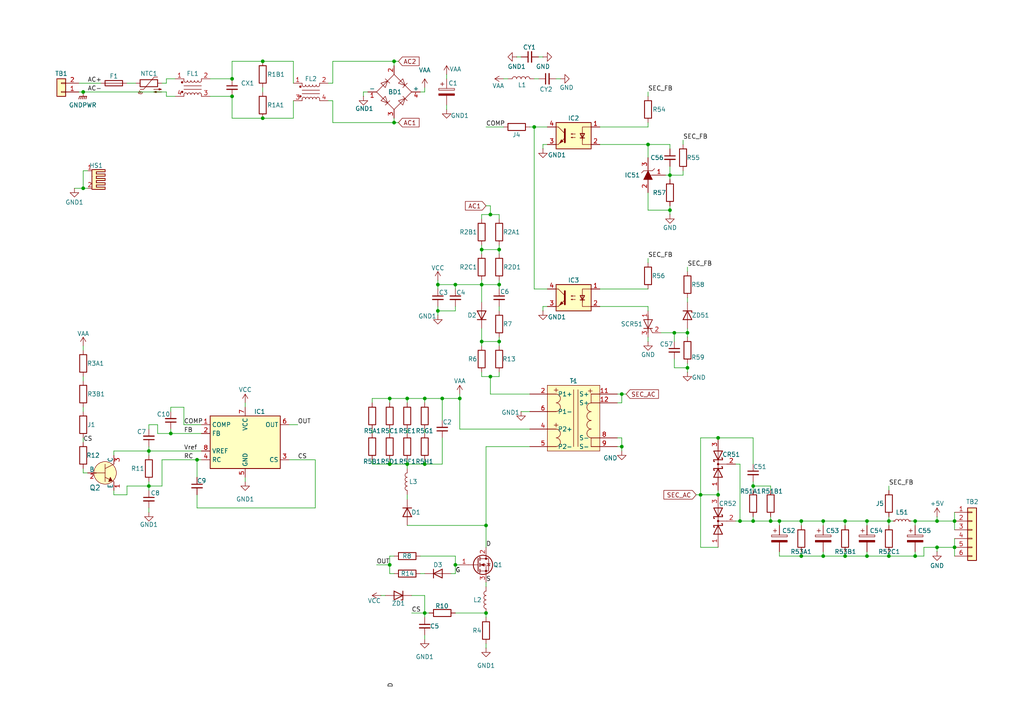
<source format=kicad_sch>
(kicad_sch (version 20231120) (generator "eeschema") (generator_version "8.0")
  (paper "A4")
  (title_block (title "Delta ADP-40VP Rev A") (date "2025-05-04") (rev "1") (comment 1 "Reverse engineered by Jerry Stoner"))
  (junction (at 139.7 82.55))
  (junction (at 43.18 140.97))
  (junction (at 144.78 72.39))
  (junction (at 113.03 115.57))
  (junction (at 142.24 62.23))
  (junction (at 218.44 140.97))
  (junction (at 203.2 143.51))
  (junction (at 199.39 106.68))
  (junction (at 114.3 17.78))
  (junction (at 245.11 161.29))
  (junction (at 76.2 17.78))
  (junction (at 238.76 161.29))
  (junction (at 67.31 27.94))
  (junction (at 195.58 96.52))
  (junction (at 24.13 54.61))
  (junction (at 123.19 177.8))
  (junction (at 113.03 163.83))
  (junction (at 76.2 34.29))
  (junction (at 113.03 134.62))
  (junction (at 43.18 130.81))
  (junction (at 251.46 151.13))
  (junction (at 208.28 127))
  (junction (at 238.76 151.13))
  (junction (at 232.41 161.29))
  (junction (at 114.3 35.56))
  (junction (at 142.24 109.22))
  (junction (at 276.86 158.75))
  (junction (at 132.08 82.55))
  (junction (at 265.43 161.29))
  (junction (at 57.15 133.35))
  (junction (at 194.31 60.96))
  (junction (at 208.28 143.51))
  (junction (at 133.35 115.57))
  (junction (at 154.94 36.83))
  (junction (at 214.63 151.13))
  (junction (at 24.13 26.67))
  (junction (at 245.11 151.13))
  (junction (at 223.52 151.13))
  (junction (at 139.7 72.39))
  (junction (at 187.96 41.91))
  (junction (at 144.78 82.55))
  (junction (at 218.44 151.13))
  (junction (at 127 90.17))
  (junction (at 144.78 99.06))
  (junction (at 276.86 151.13))
  (junction (at 180.34 129.54))
  (junction (at 67.31 22.86))
  (junction (at 232.41 151.13))
  (junction (at 118.11 115.57))
  (junction (at 123.19 134.62))
  (junction (at 271.78 151.13))
  (junction (at 265.43 151.13))
  (junction (at 140.97 152.4))
  (junction (at 257.81 151.13))
  (junction (at 251.46 161.29))
  (junction (at 123.19 115.57))
  (junction (at 194.31 50.8))
  (junction (at 180.34 114.3))
  (junction (at 128.27 115.57))
  (junction (at 118.11 134.62))
  (junction (at 127 82.55))
  (junction (at 139.7 99.06))
  (junction (at 199.39 96.52))
  (junction (at 271.78 158.75))
  (junction (at 226.06 151.13))
  (junction (at 140.97 177.8))
  (junction (at 49.53 125.73))
  (junction (at 132.08 163.83))
  (junction (at 257.81 161.29))
  (wire (pts (xy 91.44 147.32) (xy 91.44 133.35)))
  (wire (pts (xy 218.44 134.62) (xy 218.44 127)))
  (wire (pts (xy 24.13 118.11) (xy 24.13 119.38)))
  (wire (pts (xy 123.19 177.8) (xy 123.19 179.07)))
  (wire (pts (xy 154.94 22.86) (xy 156.21 22.86)))
  (wire (pts (xy 194.31 50.8) (xy 194.31 52.07)))
  (wire (pts (xy 187.96 97.79) (xy 187.96 99.06)))
  (wire (pts (xy 257.81 151.13) (xy 257.81 152.4)))
  (wire (pts (xy 180.34 116.84) (xy 180.34 114.3)))
  (wire (pts (xy 127 82.55) (xy 127 83.82)))
  (wire (pts (xy 144.78 88.9) (xy 144.78 90.17)))
  (wire (pts (xy 85.09 17.78) (xy 85.09 24.13)))
  (wire (pts (xy 49.53 125.73) (xy 58.42 125.73)))
  (wire (pts (xy 139.7 109.22) (xy 139.7 107.95)))
  (wire (pts (xy 67.31 22.86) (xy 67.31 17.78)))
  (wire (pts (xy 267.97 158.75) (xy 271.78 158.75)))
  (wire (pts (xy 45.72 123.19) (xy 43.18 123.19)))
  (wire (pts (xy 251.46 151.13) (xy 245.11 151.13)))
  (wire (pts (xy 123.19 115.57) (xy 123.19 116.84)))
  (wire (pts (xy 223.52 140.97) (xy 223.52 142.24)))
  (wire (pts (xy 173.99 36.83) (xy 187.96 36.83)))
  (wire (pts (xy 191.77 96.52) (xy 195.58 96.52)))
  (wire (pts (xy 144.78 71.12) (xy 144.78 72.39)))
  (wire (pts (xy 24.13 54.61) (xy 25.4 54.61)))
  (wire (pts (xy 123.19 134.62) (xy 123.19 133.35)))
  (wire (pts (xy 132.08 161.29) (xy 132.08 163.83)))
  (wire (pts (xy 128.27 134.62) (xy 128.27 127)))
  (wire (pts (xy 194.31 50.8) (xy 193.04 50.8)))
  (wire (pts (xy 107.95 124.46) (xy 107.95 125.73)))
  (wire (pts (xy 208.28 158.75) (xy 203.2 158.75)))
  (wire (pts (xy 113.03 163.83) (xy 113.03 161.29)))
  (wire (pts (xy 142.24 114.3) (xy 153.67 114.3)))
  (wire (pts (xy 144.78 99.06) (xy 144.78 100.33)))
  (wire (pts (xy 180.34 127) (xy 180.34 129.54)))
  (wire (pts (xy 139.7 62.23) (xy 142.24 62.23)))
  (wire (pts (xy 132.08 166.37) (xy 132.08 163.83)))
  (wire (pts (xy 276.86 156.21) (xy 276.86 158.75)))
  (wire (pts (xy 271.78 149.86) (xy 271.78 151.13)))
  (wire (pts (xy 251.46 152.4) (xy 251.46 151.13)))
  (wire (pts (xy 24.13 127) (xy 24.13 128.27)))
  (wire (pts (xy 132.08 163.83) (xy 133.35 163.83)))
  (wire (pts (xy 48.26 24.13) (xy 48.26 22.86)))
  (wire (pts (xy 123.19 134.62) (xy 128.27 134.62)))
  (wire (pts (xy 218.44 127) (xy 208.28 127)))
  (wire (pts (xy 139.7 95.25) (xy 139.7 99.06)))
  (wire (pts (xy 187.96 76.2) (xy 187.96 74.93)))
  (wire (pts (xy 198.12 49.53) (xy 198.12 50.8)))
  (wire (pts (xy 53.34 123.19) (xy 58.42 123.19)))
  (wire (pts (xy 48.26 27.94) (xy 50.8 27.94)))
  (wire (pts (xy 140.97 168.91) (xy 140.97 170.18)))
  (wire (pts (xy 194.31 60.96) (xy 187.96 60.96)))
  (wire (pts (xy 173.99 41.91) (xy 187.96 41.91)))
  (wire (pts (xy 49.53 125.73) (xy 45.72 125.73)))
  (wire (pts (xy 214.63 134.62) (xy 214.63 151.13)))
  (wire (pts (xy 257.81 149.86) (xy 257.81 151.13)))
  (wire (pts (xy 123.19 166.37) (xy 121.92 166.37)))
  (wire (pts (xy 22.86 26.67) (xy 24.13 26.67)))
  (wire (pts (xy 226.06 152.4) (xy 226.06 151.13)))
  (wire (pts (xy 251.46 161.29) (xy 257.81 161.29)))
  (wire (pts (xy 149.86 16.51) (xy 151.13 16.51)))
  (wire (pts (xy 245.11 160.02) (xy 245.11 161.29)))
  (wire (pts (xy 114.3 166.37) (xy 113.03 166.37)))
  (wire (pts (xy 36.83 143.51) (xy 36.83 140.97)))
  (wire (pts (xy 21.59 54.61) (xy 24.13 54.61)))
  (wire (pts (xy 113.03 115.57) (xy 113.03 116.84)))
  (wire (pts (xy 257.81 160.02) (xy 257.81 161.29)))
  (wire (pts (xy 276.86 148.59) (xy 276.86 151.13)))
  (wire (pts (xy 161.29 22.86) (xy 162.56 22.86)))
  (wire (pts (xy 180.34 114.3) (xy 181.61 114.3)))
  (wire (pts (xy 114.3 17.78) (xy 115.57 17.78)))
  (wire (pts (xy 111.76 172.72) (xy 110.49 172.72)))
  (wire (pts (xy 33.02 143.51) (xy 36.83 143.51)))
  (wire (pts (xy 271.78 151.13) (xy 276.86 151.13)))
  (wire (pts (xy 114.3 17.78) (xy 114.3 19.05)))
  (wire (pts (xy 118.11 115.57) (xy 118.11 116.84)))
  (wire (pts (xy 115.57 35.56) (xy 114.3 35.56)))
  (wire (pts (xy 76.2 17.78) (xy 85.09 17.78)))
  (wire (pts (xy 45.72 125.73) (xy 45.72 123.19)))
  (wire (pts (xy 133.35 124.46) (xy 133.35 115.57)))
  (wire (pts (xy 43.18 140.97) (xy 46.99 140.97)))
  (wire (pts (xy 140.97 129.54) (xy 153.67 129.54)))
  (wire (pts (xy 194.31 62.23) (xy 194.31 60.96)))
  (wire (pts (xy 124.46 177.8) (xy 123.19 177.8)))
  (wire (pts (xy 223.52 151.13) (xy 223.52 149.86)))
  (wire (pts (xy 218.44 140.97) (xy 218.44 142.24)))
  (wire (pts (xy 127 90.17) (xy 132.08 90.17)))
  (wire (pts (xy 36.83 24.13) (xy 39.37 24.13)))
  (wire (pts (xy 96.52 29.21) (xy 96.52 35.56)))
  (wire (pts (xy 195.58 104.14) (xy 195.58 106.68)))
  (wire (pts (xy 142.24 109.22) (xy 144.78 109.22)))
  (wire (pts (xy 118.11 134.62) (xy 118.11 133.35)))
  (wire (pts (xy 157.48 41.91) (xy 157.48 43.18)))
  (wire (pts (xy 194.31 48.26) (xy 194.31 50.8)))
  (wire (pts (xy 133.35 114.3) (xy 133.35 115.57)))
  (wire (pts (xy 57.15 147.32) (xy 91.44 147.32)))
  (wire (pts (xy 67.31 34.29) (xy 76.2 34.29)))
  (wire (pts (xy 22.86 24.13) (xy 29.21 24.13)))
  (wire (pts (xy 43.18 140.97) (xy 43.18 142.24)))
  (wire (pts (xy 60.96 27.94) (xy 67.31 27.94)))
  (wire (pts (xy 238.76 151.13) (xy 232.41 151.13)))
  (wire (pts (xy 24.13 137.16) (xy 25.4 137.16)))
  (wire (pts (xy 226.06 161.29) (xy 232.41 161.29)))
  (wire (pts (xy 199.39 95.25) (xy 199.39 96.52)))
  (wire (pts (xy 142.24 62.23) (xy 144.78 62.23)))
  (wire (pts (xy 43.18 147.32) (xy 43.18 148.59)))
  (wire (pts (xy 128.27 121.92) (xy 128.27 115.57)))
  (wire (pts (xy 24.13 137.16) (xy 24.13 135.89)))
  (wire (pts (xy 139.7 99.06) (xy 139.7 100.33)))
  (wire (pts (xy 118.11 143.51) (xy 118.11 144.78)))
  (wire (pts (xy 203.2 143.51) (xy 203.2 127)))
  (wire (pts (xy 173.99 83.82) (xy 187.96 83.82)))
  (wire (pts (xy 203.2 143.51) (xy 203.2 158.75)))
  (wire (pts (xy 33.02 130.81) (xy 43.18 130.81)))
  (wire (pts (xy 139.7 109.22) (xy 142.24 109.22)))
  (wire (pts (xy 245.11 151.13) (xy 245.11 152.4)))
  (wire (pts (xy 139.7 82.55) (xy 144.78 82.55)))
  (wire (pts (xy 139.7 72.39) (xy 144.78 72.39)))
  (wire (pts (xy 265.43 151.13) (xy 271.78 151.13)))
  (wire (pts (xy 140.97 59.69) (xy 142.24 59.69)))
  (wire (pts (xy 48.26 22.86) (xy 50.8 22.86)))
  (wire (pts (xy 214.63 134.62) (xy 213.36 134.62)))
  (wire (pts (xy 251.46 160.02) (xy 251.46 161.29)))
  (wire (pts (xy 24.13 49.53) (xy 24.13 54.61)))
  (wire (pts (xy 195.58 96.52) (xy 199.39 96.52)))
  (wire (pts (xy 140.97 177.8) (xy 140.97 179.07)))
  (wire (pts (xy 24.13 26.67) (xy 48.26 26.67)))
  (wire (pts (xy 226.06 160.02) (xy 226.06 161.29)))
  (wire (pts (xy 153.67 124.46) (xy 133.35 124.46)))
  (wire (pts (xy 245.11 151.13) (xy 238.76 151.13)))
  (wire (pts (xy 132.08 90.17) (xy 132.08 88.9)))
  (wire (pts (xy 232.41 151.13) (xy 232.41 152.4)))
  (wire (pts (xy 53.34 123.19) (xy 53.34 118.11)))
  (wire (pts (xy 121.92 161.29) (xy 132.08 161.29)))
  (wire (pts (xy 121.92 26.67) (xy 123.19 26.67)))
  (wire (pts (xy 105.41 26.67) (xy 106.68 26.67)))
  (wire (pts (xy 96.52 17.78) (xy 114.3 17.78)))
  (wire (pts (xy 218.44 139.7) (xy 218.44 140.97)))
  (wire (pts (xy 107.95 115.57) (xy 113.03 115.57)))
  (wire (pts (xy 218.44 140.97) (xy 223.52 140.97)))
  (wire (pts (xy 157.48 90.17) (xy 157.48 88.9)))
  (wire (pts (xy 142.24 59.69) (xy 142.24 62.23)))
  (wire (pts (xy 201.93 143.51) (xy 203.2 143.51)))
  (wire (pts (xy 139.7 81.28) (xy 139.7 82.55)))
  (wire (pts (xy 107.95 115.57) (xy 107.95 116.84)))
  (wire (pts (xy 132.08 82.55) (xy 132.08 83.82)))
  (wire (pts (xy 180.34 129.54) (xy 179.07 129.54)))
  (wire (pts (xy 214.63 151.13) (xy 218.44 151.13)))
  (wire (pts (xy 180.34 130.81) (xy 180.34 129.54)))
  (wire (pts (xy 105.41 27.94) (xy 105.41 26.67)))
  (wire (pts (xy 194.31 41.91) (xy 194.31 43.18)))
  (wire (pts (xy 199.39 106.68) (xy 199.39 105.41)))
  (wire (pts (xy 265.43 161.29) (xy 267.97 161.29)))
  (wire (pts (xy 245.11 161.29) (xy 251.46 161.29)))
  (wire (pts (xy 113.03 161.29) (xy 114.3 161.29)))
  (wire (pts (xy 139.7 99.06) (xy 144.78 99.06)))
  (wire (pts (xy 223.52 151.13) (xy 226.06 151.13)))
  (wire (pts (xy 276.86 158.75) (xy 276.86 161.29)))
  (wire (pts (xy 60.96 22.86) (xy 67.31 22.86)))
  (wire (pts (xy 187.96 36.83) (xy 187.96 35.56)))
  (wire (pts (xy 133.35 115.57) (xy 128.27 115.57)))
  (wire (pts (xy 179.07 114.3) (xy 180.34 114.3)))
  (wire (pts (xy 187.96 88.9) (xy 173.99 88.9)))
  (wire (pts (xy 194.31 60.96) (xy 194.31 59.69)))
  (wire (pts (xy 214.63 151.13) (xy 213.36 151.13)))
  (wire (pts (xy 140.97 186.69) (xy 140.97 187.96)))
  (wire (pts (xy 195.58 96.52) (xy 195.58 99.06)))
  (wire (pts (xy 132.08 166.37) (xy 130.81 166.37)))
  (wire (pts (xy 140.97 36.83) (xy 146.05 36.83)))
  (wire (pts (xy 24.13 100.33) (xy 24.13 101.6)))
  (wire (pts (xy 187.96 41.91) (xy 187.96 45.72)))
  (wire (pts (xy 153.67 36.83) (xy 154.94 36.83)))
  (wire (pts (xy 113.03 134.62) (xy 118.11 134.62)))
  (wire (pts (xy 83.82 123.19) (xy 86.36 123.19)))
  (wire (pts (xy 33.02 142.24) (xy 33.02 143.51)))
  (wire (pts (xy 83.82 133.35) (xy 91.44 133.35)))
  (wire (pts (xy 46.99 24.13) (xy 48.26 24.13)))
  (wire (pts (xy 132.08 82.55) (xy 139.7 82.55)))
  (wire (pts (xy 85.09 29.21) (xy 85.09 34.29)))
  (wire (pts (xy 118.11 134.62) (xy 123.19 134.62)))
  (wire (pts (xy 24.13 109.22) (xy 24.13 110.49)))
  (wire (pts (xy 46.99 140.97) (xy 46.99 133.35)))
  (wire (pts (xy 46.99 133.35) (xy 57.15 133.35)))
  (wire (pts (xy 95.25 29.21) (xy 96.52 29.21)))
  (wire (pts (xy 251.46 151.13) (xy 257.81 151.13)))
  (wire (pts (xy 194.31 41.91) (xy 187.96 41.91)))
  (wire (pts (xy 264.16 151.13) (xy 265.43 151.13)))
  (wire (pts (xy 43.18 130.81) (xy 58.42 130.81)))
  (wire (pts (xy 267.97 161.29) (xy 267.97 158.75)))
  (wire (pts (xy 43.18 132.08) (xy 43.18 130.81)))
  (wire (pts (xy 132.08 177.8) (xy 140.97 177.8)))
  (wire (pts (xy 43.18 129.54) (xy 43.18 130.81)))
  (wire (pts (xy 123.19 115.57) (xy 118.11 115.57)))
  (wire (pts (xy 187.96 90.17) (xy 187.96 88.9)))
  (wire (pts (xy 140.97 152.4) (xy 140.97 129.54)))
  (wire (pts (xy 144.78 62.23) (xy 144.78 63.5)))
  (wire (pts (xy 128.27 115.57) (xy 123.19 115.57)))
  (wire (pts (xy 232.41 161.29) (xy 238.76 161.29)))
  (wire (pts (xy 127 81.28) (xy 127 82.55)))
  (wire (pts (xy 127 88.9) (xy 127 90.17)))
  (wire (pts (xy 96.52 35.56) (xy 114.3 35.56)))
  (wire (pts (xy 154.94 83.82) (xy 158.75 83.82)))
  (wire (pts (xy 179.07 116.84) (xy 180.34 116.84)))
  (wire (pts (xy 195.58 106.68) (xy 199.39 106.68)))
  (wire (pts (xy 142.24 109.22) (xy 142.24 114.3)))
  (wire (pts (xy 119.38 177.8) (xy 123.19 177.8)))
  (wire (pts (xy 36.83 140.97) (xy 43.18 140.97)))
  (wire (pts (xy 107.95 134.62) (xy 107.95 133.35)))
  (wire (pts (xy 151.13 119.38) (xy 153.67 119.38)))
  (wire (pts (xy 118.11 134.62) (xy 118.11 135.89)))
  (wire (pts (xy 179.07 127) (xy 180.34 127)))
  (wire (pts (xy 139.7 73.66) (xy 139.7 72.39)))
  (wire (pts (xy 198.12 50.8) (xy 194.31 50.8)))
  (wire (pts (xy 257.81 151.13) (xy 259.08 151.13)))
  (wire (pts (xy 129.54 21.59) (xy 129.54 22.86)))
  (wire (pts (xy 53.34 118.11) (xy 49.53 118.11)))
  (wire (pts (xy 118.11 115.57) (xy 113.03 115.57)))
  (wire (pts (xy 48.26 26.67) (xy 48.26 27.94)))
  (wire (pts (xy 257.81 161.29) (xy 265.43 161.29)))
  (wire (pts (xy 96.52 24.13) (xy 96.52 17.78)))
  (wire (pts (xy 33.02 130.81) (xy 33.02 132.08)))
  (wire (pts (xy 276.86 151.13) (xy 276.86 153.67)))
  (wire (pts (xy 139.7 71.12) (xy 139.7 72.39)))
  (wire (pts (xy 271.78 160.02) (xy 271.78 158.75)))
  (wire (pts (xy 57.15 133.35) (xy 57.15 138.43)))
  (wire (pts (xy 144.78 72.39) (xy 144.78 73.66)))
  (wire (pts (xy 271.78 158.75) (xy 276.86 158.75)))
  (wire (pts (xy 113.03 166.37) (xy 113.03 163.83)))
  (wire (pts (xy 158.75 88.9) (xy 157.48 88.9)))
  (wire (pts (xy 123.19 184.15) (xy 123.19 185.42)))
  (wire (pts (xy 123.19 125.73) (xy 123.19 124.46)))
  (wire (pts (xy 107.95 134.62) (xy 113.03 134.62)))
  (wire (pts (xy 127 90.17) (xy 127 91.44)))
  (wire (pts (xy 208.28 142.24) (xy 208.28 143.51)))
  (wire (pts (xy 218.44 151.13) (xy 218.44 149.86)))
  (wire (pts (xy 198.12 40.64) (xy 198.12 41.91)))
  (wire (pts (xy 114.3 34.29) (xy 114.3 35.56)))
  (wire (pts (xy 71.12 138.43) (xy 71.12 139.7)))
  (wire (pts (xy 203.2 143.51) (xy 208.28 143.51)))
  (wire (pts (xy 146.05 22.86) (xy 147.32 22.86)))
  (wire (pts (xy 57.15 133.35) (xy 58.42 133.35)))
  (wire (pts (xy 144.78 107.95) (xy 144.78 109.22)))
  (wire (pts (xy 157.48 41.91) (xy 158.75 41.91)))
  (wire (pts (xy 187.96 55.88) (xy 187.96 60.96)))
  (wire (pts (xy 238.76 152.4) (xy 238.76 151.13)))
  (wire (pts (xy 123.19 172.72) (xy 123.19 177.8)))
  (wire (pts (xy 113.03 124.46) (xy 113.03 125.73)))
  (wire (pts (xy 199.39 96.52) (xy 199.39 97.79)))
  (wire (pts (xy 71.12 116.84) (xy 71.12 118.11)))
  (wire (pts (xy 49.53 124.46) (xy 49.53 125.73)))
  (wire (pts (xy 154.94 36.83) (xy 154.94 83.82)))
  (wire (pts (xy 265.43 160.02) (xy 265.43 161.29)))
  (wire (pts (xy 43.18 139.7) (xy 43.18 140.97)))
  (wire (pts (xy 113.03 134.62) (xy 113.03 133.35)))
  (wire (pts (xy 218.44 151.13) (xy 223.52 151.13)))
  (wire (pts (xy 238.76 161.29) (xy 245.11 161.29)))
  (wire (pts (xy 119.38 172.72) (xy 123.19 172.72)))
  (wire (pts (xy 265.43 151.13) (xy 265.43 152.4)))
  (wire (pts (xy 132.08 82.55) (xy 127 82.55)))
  (wire (pts (xy 232.41 161.29) (xy 232.41 160.02)))
  (wire (pts (xy 129.54 30.48) (xy 129.54 31.75)))
  (wire (pts (xy 95.25 24.13) (xy 96.52 24.13)))
  (wire (pts (xy 139.7 62.23) (xy 139.7 63.5)))
  (wire (pts (xy 226.06 151.13) (xy 232.41 151.13)))
  (wire (pts (xy 257.81 140.97) (xy 257.81 142.24)))
  (wire (pts (xy 144.78 82.55) (xy 144.78 83.82)))
  (wire (pts (xy 199.39 107.95) (xy 199.39 106.68)))
  (wire (pts (xy 144.78 81.28) (xy 144.78 82.55)))
  (wire (pts (xy 43.18 123.19) (xy 43.18 124.46)))
  (wire (pts (xy 144.78 97.79) (xy 144.78 99.06)))
  (wire (pts (xy 76.2 25.4) (xy 76.2 26.67)))
  (wire (pts (xy 118.11 152.4) (xy 140.97 152.4)))
  (wire (pts (xy 203.2 127) (xy 208.28 127)))
  (wire (pts (xy 67.31 27.94) (xy 67.31 34.29)))
  (wire (pts (xy 238.76 160.02) (xy 238.76 161.29)))
  (wire (pts (xy 187.96 26.67) (xy 187.96 27.94)))
  (wire (pts (xy 76.2 34.29) (xy 85.09 34.29)))
  (wire (pts (xy 199.39 86.36) (xy 199.39 87.63)))
  (wire (pts (xy 49.53 119.38) (xy 49.53 118.11)))
  (wire (pts (xy 57.15 143.51) (xy 57.15 147.32)))
  (wire (pts (xy 109.22 163.83) (xy 113.03 163.83)))
  (wire (pts (xy 123.19 25.4) (xy 123.19 26.67)))
  (wire (pts (xy 158.75 36.83) (xy 154.94 36.83)))
  (wire (pts (xy 156.21 16.51) (xy 157.48 16.51)))
  (wire (pts (xy 67.31 17.78) (xy 76.2 17.78)))
  (wire (pts (xy 199.39 77.47) (xy 199.39 78.74)))
  (wire (pts (xy 24.13 49.53) (xy 25.4 49.53)))
  (wire (pts (xy 118.11 124.46) (xy 118.11 125.73)))
  (wire (pts (xy 140.97 152.4) (xy 140.97 158.75)))
  (wire (pts (xy 139.7 82.55) (xy 139.7 87.63)))
  (label "AC+" (at 25.4 24.13 0))
  (label "G" (at 132.08 166.37 0))
  (label "SEC_FB" (at 257.81 140.97 0))
  (label "SEC_FB" (at 187.96 26.67 0))
  (label "SEC_FB" (at 187.96 74.93 0))
  (label "COMP" (at 53.34 123.19 0))
  (label "D" (at 114.3 199.39 90))
  (label "G" (at 132.08 166.37 0))
  (label "RC" (at 53.34 133.35 0))
  (label "FB" (at 53.34 125.73 0))
  (label "SEC_FB" (at 198.12 40.64 0))
  (label "OUT" (at 109.22 163.83 0))
  (label "COMP" (at 140.97 36.83 0))
  (label "CS" (at 86.36 133.35 0))
  (label "AC-" (at 25.4 26.67 0))
  (label "CS" (at 24.13 128.27 0))
  (label "S" (at 140.97 168.91 0))
  (label "SEC_FB" (at 199.39 77.47 0))
  (label "D" (at 140.97 158.75 0))
  (label "Vref" (at 53.34 130.81 0))
  (label "OUT" (at 86.36 123.19 0))
  (label "CS" (at 119.38 177.8 0))
  (global_label "SEC_AC" (shape input) (at 201.93 143.51 180) (property "Intersheetrefs" "${INTERSHEET_REFS}" (effects (hide yes))))
  (global_label "AC1" (shape input) (at 115.57 35.56 0) (property "Intersheetrefs" "${INTERSHEET_REFS}" (effects (hide yes))))
  (global_label "SEC_AC" (shape input) (at 181.61 114.3 0) (property "Intersheetrefs" "${INTERSHEET_REFS}" (effects (hide yes))))
  (global_label "AC1" (shape input) (at 140.97 59.69 180) (property "Intersheetrefs" "${INTERSHEET_REFS}" (effects (hide yes))))
  (global_label "AC2" (shape input) (at 115.57 17.78 0) (property "Intersheetrefs" "${INTERSHEET_REFS}" (effects (hide yes))))
  (symbol (lib_id "Device:D") (at 127 166.37 0) (unit 1)
    (property "Reference" "D3" (at 127 163.83 0))
    (property "Value" "D" (effects (hide yes)))
    (property "Footprint" "Diode_SMD:D_MiniMELF" (effects (hide yes)))
    (property "Description" "Diode" (effects (hide yes)))
    (property "Sim.Device" "D" (effects (hide yes)))
    (property "Sim.Pins" "1=K 2=A" (effects (hide yes)))
  )
  (symbol (lib_id "power:VAA") (at 129.54 21.59 0) (unit 1)
    (property "Reference" "#PWR025" (effects (hide yes)))
    (property "Value" "VAA" (at 132.08 20.066 0))
    (property "Description" "Power symbol creates a global label with name \"VAA\"" (effects (hide yes)))
  )
  (symbol (lib_id "Regulator_Controller:UC3843_SOIC8") (at 71.12 128.27 0) (unit 1)
    (property "Reference" "IC1" (at 73.66 119.38 0) (effects (justify left)))
    (property "Value" "UC3843_SOIC8" (effects (hide yes)))
    (property "Footprint" "Package_SO:SOIC-8_3.9x4.9mm_P1.27mm" (effects (hide yes)))
    (property "Datasheet" "http://www.ti.com/lit/ds/symlink/uc3842.pdf" (effects (hide yes)))
    (property "Description" "Current-Mode PWM Controllers, 100% Duty Cycle, 8.4V/7.6V UVLO, SOIC-8" (effects (hide yes)))
  )
  (symbol (lib_id "Device:R") (at 199.39 101.6 0) (unit 1)
    (property "Reference" "R59" (at 202.438 103.632 0))
    (property "Value" "R" (effects (hide yes)))
    (property "Footprint" "Capacitor_SMD:C_0805_2012Metric" (effects (hide yes)))
    (property "Description" "Resistor" (effects (hide yes)))
  )
  (symbol (lib_id "Device:D_Schottky_Dual_CommonCathode_AKA") (at 208.28 151.13 90) (unit 1)
    (property "Reference" "CR52" (at 211.074 146.05 90))
    (property "Value" "D_Schottky_Dual_CommonCathode_AKA" (effects (hide yes)))
    (property "Footprint" "Package_TO_SOT_THT:TO-220-3_Vertical" (effects (hide yes)))
    (property "Description" "Dual Schottky diode, common cathode on pin 2" (effects (hide yes)))
  )
  (symbol (lib_id "Device:R") (at 24.13 114.3 180) (unit 1)
    (property "Reference" "R3B1" (at 30.48 114.3 0) (effects (justify left)))
    (property "Value" "R" (effects (hide yes)))
    (property "Footprint" "Resistor_SMD:R_1206_3216Metric" (effects (hide yes)))
    (property "Description" "Resistor" (effects (hide yes)))
  )
  (symbol (lib_id "Device:R") (at 144.78 104.14 180) (unit 1)
    (property "Reference" "R13" (at 149.606 104.14 0) (effects (justify left)))
    (property "Value" "R" (effects (hide yes)))
    (property "Footprint" "Resistor_SMD:R_1206_3216Metric" (effects (hide yes)))
    (property "Description" "Resistor" (effects (hide yes)))
  )
  (symbol (lib_id "dk_Transistors-Bipolar-BJT-Single:2N2222A") (at 30.48 137.16 0) (unit 1)
    (property "Reference" "Q2" (at 25.908 141.478 0) (effects (font (size 1.524 1.524)) (justify left)))
    (property "Value" "2N2222" (effects (hide yes)))
    (property "Footprint" "Package_TO_SOT_SMD:SOT-23W" (effects (hide yes)))
    (property "Datasheet" "https://my.centralsemi.com/get_document.php?cmp=1&mergetype=pd&mergepath=pd&pdf_id=2N2221A.PDF" (effects (hide yes)))
    (property "Description" "TRANS NPN 40V 0.8A TO-18" (effects (hide yes)))
    (property "Digi-Key_PN" "2N2222ACS-ND" (effects (hide yes)))
    (property "MPN" "2N2222A" (effects (hide yes)))
    (property "Category" "Discrete Semiconductor Products" (effects (hide yes)))
    (property "Family" "Transistors - Bipolar (BJT) - Single" (effects (hide yes)))
    (property "DK_Datasheet_Link" "https://my.centralsemi.com/get_document.php?cmp=1&mergetype=pd&mergepath=pd&pdf_id=2N2221A.PDF" (effects (hide yes)))
    (property "DK_Detail_Page" "/product-detail/en/central-semiconductor-corp/2N2222A/2N2222ACS-ND/4806845" (effects (hide yes)))
    (property "Description_1" "TRANS NPN 40V 0.8A TO-18" (effects (hide yes)))
    (property "Manufacturer" "Central Semiconductor Corp" (effects (hide yes)))
    (property "Status" "Active" (effects (hide yes)))
  )
  (symbol (lib_id "Mechanical:Heatsink_Pad_2Pin") (at 27.94 52.07 270) (unit 1) (exclude_from_sim yes)
    (property "Reference" "HS1" (at 25.908 48.006 90) (effects (justify left)))
    (property "Value" "Heatsink_Pad_2Pin" (effects (hide yes)))
    (property "Footprint" "Heatsink:Heatsink_AAVID_590302B03600G" (effects (hide yes)))
    (property "Description" "Heatsink with electrical connection, 2 pin" (effects (hide yes)))
  )
  (symbol (lib_id "Device:C_Small") (at 153.67 16.51 90) (unit 1)
    (property "Reference" "CY1" (at 155.448 13.716 90) (effects (justify left)))
    (property "Value" "C_Small" (effects (hide yes)))
    (property "Footprint" "Capacitor_THT:C_Disc_D12.5mm_W5.0mm_P10.00mm" (effects (hide yes)))
    (property "Description" "Unpolarized capacitor, small symbol" (effects (hide yes)))
  )
  (symbol (lib_id "Device:R") (at 223.52 146.05 0) (unit 1)
    (property "Reference" "R51B1" (at 220.726 142.494 0) (effects (justify left)))
    (property "Value" "R" (effects (hide yes)))
    (property "Footprint" "Resistor_SMD:R_1206_3216Metric" (effects (hide yes)))
    (property "Description" "Resistor" (effects (hide yes)))
  )
  (symbol (lib_id "Device:R") (at 76.2 21.59 0) (unit 1)
    (property "Reference" "R1B1" (at 77.47 21.59 0) (effects (justify left)))
    (property "Value" "R" (effects (hide yes)))
    (property "Footprint" "Resistor_SMD:R_1206_3216Metric" (effects (hide yes)))
    (property "Description" "Resistor" (effects (hide yes)))
  )
  (symbol (lib_id "power:GND1") (at 127 91.44 0) (unit 1)
    (property "Reference" "#PWR01" (effects (hide yes)))
    (property "Value" "GND1" (at 123.952 91.694 0))
    (property "Description" "Power symbol creates a global label with name \"GND1\" , ground" (effects (hide yes)))
  )
  (symbol (lib_id "Device:C_Small") (at 67.31 25.4 0) (unit 1)
    (property "Reference" "CX1" (at 69.85 24.1362 0) (effects (justify left)))
    (property "Value" "C_Small" (effects (hide yes)))
    (property "Footprint" "Capacitor_THT:C_Axial_L5.1mm_D3.1mm_P15.00mm_Horizontal" (effects (hide yes)))
    (property "Description" "Unpolarized capacitor, small symbol" (effects (hide yes)))
  )
  (symbol (lib_id "power:GND1") (at 129.54 31.75 0) (unit 1)
    (property "Reference" "#PWR026" (effects (hide yes)))
    (property "Value" "GND1" (at 133.35 33.528 0))
    (property "Description" "Power symbol creates a global label with name \"GND1\" , ground" (effects (hide yes)))
  )
  (symbol (lib_id "Device:R") (at 144.78 67.31 180) (unit 1)
    (property "Reference" "R2A1" (at 150.876 67.31 0) (effects (justify left)))
    (property "Value" "R" (effects (hide yes)))
    (property "Footprint" "Resistor_SMD:R_1206_3216Metric" (effects (hide yes)))
    (property "Description" "Resistor" (effects (hide yes)))
  )
  (symbol (lib_id "power:GND") (at 157.48 16.51 90) (unit 1)
    (property "Reference" "#PWR07" (effects (hide yes)))
    (property "Value" "GND" (at 157.48 19.304 90))
    (property "Description" "Power symbol creates a global label with name \"GND\" , ground" (effects (hide yes)))
  )
  (symbol (lib_id "Device:C_Polarized") (at 226.06 156.21 0) (unit 1)
    (property "Reference" "C52" (at 226.822 153.924 0) (effects (justify left)))
    (property "Value" "C_Polarized" (effects (hide yes)))
    (property "Footprint" "Capacitor_THT:CP_Radial_D10.0mm_P5.00mm" (effects (hide yes)))
    (property "Description" "Polarized capacitor" (effects (hide yes)))
  )
  (symbol (lib_id "Device:C_Small") (at 195.58 101.6 0) (unit 1)
    (property "Reference" "C57" (at 193.294 99.822 0))
    (property "Value" "C_Small" (effects (hide yes)))
    (property "Footprint" "Capacitor_SMD:C_0805_2012Metric" (effects (hide yes)))
    (property "Description" "Unpolarized capacitor, small symbol" (effects (hide yes)))
  )
  (symbol (lib_id "Device:L") (at 140.97 173.99 180) (unit 1)
    (property "Reference" "L2" (at 139.7 173.99 0) (effects (justify left)))
    (property "Value" "L" (effects (hide yes)))
    (property "Footprint" "Inductor_SMD:L_0805_2012Metric" (effects (hide yes)))
    (property "Description" "Inductor" (effects (hide yes)))
  )
  (symbol (lib_id "power:GND") (at 271.78 160.02 0) (unit 1)
    (property "Reference" "#PWR02" (effects (hide yes)))
    (property "Value" "GND" (at 271.78 164.084 0))
    (property "Description" "Power symbol creates a global label with name \"GND\" , ground" (effects (hide yes)))
  )
  (symbol (lib_id "Device:R") (at 144.78 77.47 180) (unit 1)
    (property "Reference" "R2D1" (at 151.13 77.47 0) (effects (justify left)))
    (property "Value" "R" (effects (hide yes)))
    (property "Footprint" "Resistor_SMD:R_1206_3216Metric" (effects (hide yes)))
    (property "Description" "Resistor" (effects (hide yes)))
  )
  (symbol (lib_id "Device:Thermistor_NTC") (at 43.18 24.13 90) (unit 1)
    (property "Reference" "NTC1" (at 43.18 21.336 90))
    (property "Value" "Thermistor_NTC" (effects (hide yes)))
    (property "Footprint" "Varistor:RV_Disc_D7mm_W3.4mm_P5mm" (effects (hide yes)))
    (property "Description" "Temperature dependent resistor, negative temperature coefficient" (effects (hide yes)))
  )
  (symbol (lib_id "dk_PMIC-Voltage-Reference:TL431CLPM") (at 187.96 50.8 0) (unit 1)
    (property "Reference" "IC51" (at 185.674 50.8 0) (effects (justify right)))
    (property "Value" "TL431CLPM" (effects (hide yes)))
    (property "Footprint" "digikey-footprints:TO-92-3_Formed_Leads" (effects (hide yes)))
    (property "Datasheet" "http://www.ti.com/general/docs/suppproductinfo.tsp?distId=10&gotoUrl=http%3A%2F%2Fwww.ti.com%2Flit%2Fgpn%2Ftl431" (effects (hide yes)))
    (property "Description" "IC VREF SHUNT ADJ TO92-3" (effects (hide yes)))
    (property "Digi-Key_PN" "296-26717-1-ND" (effects (hide yes)))
    (property "MPN" "TL431CLPM" (effects (hide yes)))
    (property "Category" "Integrated Circuits (ICs)" (effects (hide yes)))
    (property "Family" "PMIC - Voltage Reference" (effects (hide yes)))
    (property "DK_Datasheet_Link" "http://www.ti.com/general/docs/suppproductinfo.tsp?distId=10&gotoUrl=http%3A%2F%2Fwww.ti.com%2Flit%2Fgpn%2Ftl431" (effects (hide yes)))
    (property "DK_Detail_Page" "/product-detail/en/texas-instruments/TL431CLPM/296-26717-1-ND/2256072" (effects (hide yes)))
    (property "Description_1" "IC VREF SHUNT ADJ TO92-3" (effects (hide yes)))
    (property "Manufacturer" "Texas Instruments" (effects (hide yes)))
    (property "Status" "Active" (effects (hide yes)))
  )
  (symbol (lib_id "Filter:Choke_Schaffner_RN102-0.3-02-12M") (at 90.17 26.67 0) (unit 1)
    (property "Reference" "FL2" (at 90.17 22.86 0))
    (property "Value" "Choke_Schaffner_RN102-0.3-02-12M" (effects (hide yes)))
    (property "Footprint" "Inductor_THT:Choke_Schaffner_RN102-04-14.0x14.0mm" (effects (hide yes)))
    (property "Datasheet" "https://www.schaffner.com/products/download/product/datasheet/rn-series-common-mode-chokes-new/" (effects (hide yes)))
    (property "Description" "Common mode choke, 300mA, 300VAC, 12mH, 1.1 ohm, RN-102" (effects (hide yes)))
  )
  (symbol (lib_id "power:GND1") (at 157.48 43.18 0) (mirror y) (unit 1)
    (property "Reference" "#PWR021" (effects (hide yes)))
    (property "Value" "GND1" (at 161.544 44.958 0))
    (property "Description" "Power symbol creates a global label with name \"GND1\" , ground" (effects (hide yes)))
  )
  (symbol (lib_id "power:VAA") (at 24.13 100.33 0) (unit 1)
    (property "Reference" "#PWR031" (effects (hide yes)))
    (property "Value" "VAA" (at 24.13 96.774 0))
    (property "Description" "Power symbol creates a global label with name \"VAA\"" (effects (hide yes)))
  )
  (symbol (lib_id "Device:C_Small") (at 123.19 181.61 0) (unit 1)
    (property "Reference" "C5" (at 124.714 181.61 0) (effects (justify left)))
    (property "Value" "C_Small" (effects (hide yes)))
    (property "Footprint" "Capacitor_SMD:C_0805_2012Metric" (effects (hide yes)))
    (property "Description" "Unpolarized capacitor, small symbol" (effects (hide yes)))
  )
  (symbol (lib_id "power:GND1") (at 149.86 16.51 270) (unit 1)
    (property "Reference" "#PWR09" (effects (hide yes)))
    (property "Value" "GND1" (at 149.86 19.304 90))
    (property "Description" "Power symbol creates a global label with name \"GND1\" , ground" (effects (hide yes)))
  )
  (symbol (lib_id "Device:R") (at 128.27 177.8 270) (unit 1)
    (property "Reference" "R10" (at 126.238 175.768 90) (effects (justify left)))
    (property "Value" "R" (effects (hide yes)))
    (property "Footprint" "Resistor_THT:R_Axial_DIN0207_L6.3mm_D2.5mm_P15.24mm_Horizontal" (effects (hide yes)))
    (property "Description" "Resistor" (effects (hide yes)))
  )
  (symbol (lib_id "Device:R") (at 24.13 132.08 180) (unit 1)
    (property "Reference" "R12" (at 28.956 132.08 0) (effects (justify left)))
    (property "Value" "R" (effects (hide yes)))
    (property "Footprint" "Resistor_SMD:R_1206_3216Metric" (effects (hide yes)))
    (property "Description" "Resistor" (effects (hide yes)))
  )
  (symbol (lib_id "Device:C_Small") (at 43.18 127 180) (unit 1)
    (property "Reference" "C7" (at 42.418 125.222 0) (effects (justify left)))
    (property "Value" "C_Small" (effects (hide yes)))
    (property "Footprint" "Capacitor_SMD:C_0805_2012Metric" (effects (hide yes)))
    (property "Description" "Unpolarized capacitor, small symbol" (effects (hide yes)))
  )
  (symbol (lib_id "power:GND1") (at 157.48 90.17 0) (mirror y) (unit 1)
    (property "Reference" "#PWR022" (effects (hide yes)))
    (property "Value" "GND1" (at 161.544 91.948 0))
    (property "Description" "Power symbol creates a global label with name \"GND1\" , ground" (effects (hide yes)))
  )
  (symbol (lib_id "power:VCC") (at 71.12 116.84 0) (unit 1)
    (property "Reference" "#PWR013" (effects (hide yes)))
    (property "Value" "VCC" (at 71.12 113.03 0))
    (property "Description" "Power symbol creates a global label with name \"VCC\"" (effects (hide yes)))
  )
  (symbol (lib_id "power:VAA") (at 123.19 25.4 0) (unit 1)
    (property "Reference" "#PWR06" (effects (hide yes)))
    (property "Value" "VAA" (at 123.19 20.32 0))
    (property "Description" "Power symbol creates a global label with name \"VAA\"" (effects (hide yes)))
  )
  (symbol (lib_id "Device:R") (at 199.39 82.55 0) (unit 1)
    (property "Reference" "R58" (at 202.438 82.55 0))
    (property "Value" "R" (effects (hide yes)))
    (property "Footprint" "Resistor_SMD:R_0603_1608Metric" (effects (hide yes)))
    (property "Description" "Resistor" (effects (hide yes)))
  )
  (symbol (lib_id "Device:L") (at 151.13 22.86 90) (unit 1)
    (property "Reference" "L1" (at 152.654 24.638 90) (effects (justify left)))
    (property "Value" "L" (effects (hide yes)))
    (property "Footprint" "Inductor_THT:L_Axial_L12.8mm_D5.8mm_P20.32mm_Horizontal_Fastron_HBCC" (effects (hide yes)))
    (property "Description" "Inductor" (effects (hide yes)))
  )
  (symbol (lib_id "Device:C_Small") (at 132.08 86.36 0) (unit 1)
    (property "Reference" "C4" (at 132.334 84.836 0) (effects (justify left)))
    (property "Value" "C_Small" (effects (hide yes)))
    (property "Footprint" "Capacitor_SMD:C_0805_2012Metric" (effects (hide yes)))
    (property "Description" "Unpolarized capacitor, small symbol" (effects (hide yes)))
  )
  (symbol (lib_id "Device:R") (at 118.11 120.65 180) (unit 1)
    (property "Reference" "R5E1" (at 120.65 124.968 0) (effects (justify left)))
    (property "Value" "R" (effects (hide yes)))
    (property "Footprint" "Resistor_SMD:R_1206_3216Metric" (effects (hide yes)))
    (property "Description" "Resistor" (effects (hide yes)))
  )
  (symbol (lib_id "power:GND") (at 180.34 130.81 0) (unit 1)
    (property "Reference" "#PWR033" (effects (hide yes)))
    (property "Value" "GND" (at 177.038 132.842 0))
    (property "Description" "Power symbol creates a global label with name \"GND\" , ground" (effects (hide yes)))
  )
  (symbol (lib_id "Device:D_Zener") (at 115.57 172.72 180) (unit 1)
    (property "Reference" "ZD1" (at 115.57 175.006 0))
    (property "Value" "D_Zener" (effects (hide yes)))
    (property "Footprint" "Diode_SMD:D_MiniMELF" (effects (hide yes)))
    (property "Description" "Zener diode" (effects (hide yes)))
  )
  (symbol (lib_id "power:GND1") (at 123.19 185.42 0) (unit 1)
    (property "Reference" "#PWR015" (effects (hide yes)))
    (property "Value" "GND1" (at 123.19 190.5 0))
    (property "Description" "Power symbol creates a global label with name \"GND1\" , ground" (effects (hide yes)))
  )
  (symbol (lib_id "Device:R") (at 232.41 156.21 180) (unit 1)
    (property "Reference" "R53A1" (at 235.458 160.02 0) (effects (justify left)))
    (property "Value" "R" (effects (hide yes)))
    (property "Footprint" "Resistor_SMD:R_1206_3216Metric" (effects (hide yes)))
    (property "Description" "Resistor" (effects (hide yes)))
  )
  (symbol (lib_id "Device:C_Polarized") (at 129.54 26.67 0) (unit 1)
    (property "Reference" "C1" (at 130.048 24.13 0) (effects (justify left)))
    (property "Value" "C_Polarized" (effects (hide yes)))
    (property "Footprint" "Capacitor_THT:CP_Radial_D12.5mm_P7.50mm" (effects (hide yes)))
    (property "Description" "Polarized capacitor" (effects (hide yes)))
  )
  (symbol (lib_id "Isolator:SFH617A-1X006") (at 166.37 39.37 0) (mirror y) (unit 1)
    (property "Reference" "IC2" (at 166.37 34.29 0))
    (property "Value" "SFH617A-1X006" (effects (hide yes)))
    (property "Footprint" "Package_DIP:DIP-4_W10.16mm" (effects (hide yes)))
    (property "Datasheet" "http://www.vishay.com/docs/83740/sfh617a.pdf" (effects (hide yes)))
    (property "Description" "Optocoupler, Phototransistor Output, 5300 VRMS, VCEO 70V, CTR% 40-80, -55 to +110 degree Celsius, UL, BSI, FIMKO, cUL, wide THT PDIP-4" (effects (hide yes)))
  )
  (symbol (lib_id "Filter:Choke_Coilcraft_0603USB-142") (at 55.88 25.4 0) (unit 1)
    (property "Reference" "FL1" (at 55.88 21.336 0))
    (property "Value" "Choke_Delta_LFZ24H06" (effects (hide yes)))
    (property "Footprint" "Inductor_THT:L_CommonMode_Wuerth_WE-CMB-S" (effects (hide yes)))
    (property "Datasheet" "https://www.coilcraft.com/pdfs/0603usb.pdf" (effects (hide yes)))
    (property "Description" "Common mode choke, 500mA, 250VAC, 98nH, 174mohm, 1.9Ghz," (effects (hide yes)))
  )
  (symbol (lib_id "power:GND1") (at 140.97 187.96 0) (unit 1)
    (property "Reference" "#PWR027" (effects (hide yes)))
    (property "Value" "GND1" (at 140.97 193.04 0))
    (property "Description" "Power symbol creates a global label with name \"GND1\" , ground" (effects (hide yes)))
  )
  (symbol (lib_id "Device:R") (at 118.11 166.37 90) (unit 1)
    (property "Reference" "R14" (at 120.142 166.37 90) (effects (justify left)))
    (property "Value" "R" (effects (hide yes)))
    (property "Footprint" "Resistor_SMD:R_1206_3216Metric" (effects (hide yes)))
    (property "Description" "Resistor" (effects (hide yes)))
  )
  (symbol (lib_id "Device:R") (at 24.13 123.19 180) (unit 1)
    (property "Reference" "J1" (at 27.686 123.19 0) (effects (justify left)))
    (property "Value" "R" (effects (hide yes)))
    (property "Footprint" "Resistor_SMD:R_1206_3216Metric" (effects (hide yes)))
    (property "Description" "Resistor" (effects (hide yes)))
  )
  (symbol (lib_id "power:GND") (at 199.39 107.95 0) (unit 1)
    (property "Reference" "#PWR036" (effects (hide yes)))
    (property "Value" "GND" (at 204.724 109.474 0) (effects (justify right)))
    (property "Description" "Power symbol creates a global label with name \"GND\" , ground" (effects (hide yes)))
  )
  (symbol (lib_id "Device:R") (at 123.19 120.65 180) (unit 1)
    (property "Reference" "R5G1" (at 125.73 124.968 0) (effects (justify left)))
    (property "Value" "R" (effects (hide yes)))
    (property "Footprint" "Resistor_SMD:R_1206_3216Metric" (effects (hide yes)))
    (property "Description" "Resistor" (effects (hide yes)))
  )
  (symbol (lib_id "Device:R") (at 144.78 93.98 180) (unit 1)
    (property "Reference" "R7" (at 148.59 93.98 0) (effects (justify left)))
    (property "Value" "R" (effects (hide yes)))
    (property "Footprint" "Resistor_SMD:R_1206_3216Metric" (effects (hide yes)))
    (property "Description" "Resistor" (effects (hide yes)))
  )
  (symbol (lib_id "Device:R") (at 187.96 80.01 180) (unit 1)
    (property "Reference" "R56" (at 191.008 80.01 0))
    (property "Value" "R" (effects (hide yes)))
    (property "Footprint" "Resistor_SMD:R_1206_3216Metric" (effects (hide yes)))
    (property "Description" "Resistor" (effects (hide yes)))
  )
  (symbol (lib_id "Device:C_Small") (at 128.27 124.46 180) (unit 1)
    (property "Reference" "C2" (at 131.064 122.428 0) (effects (justify left)))
    (property "Value" "C_Small" (effects (hide yes)))
    (property "Footprint" "Capacitor_THT:C_Disc_D4.3mm_W1.9mm_P5.00mm" (effects (hide yes)))
    (property "Description" "Unpolarized capacitor, small symbol" (effects (hide yes)))
  )
  (symbol (lib_id "Device:C_Small") (at 43.18 144.78 0) (unit 1)
    (property "Reference" "C8" (at 43.688 143.002 0) (effects (justify left)))
    (property "Value" "C_Small" (effects (hide yes)))
    (property "Footprint" "Capacitor_THT:C_Rect_L7.0mm_W2.0mm_P5.00mm" (effects (hide yes)))
    (property "Description" "Unpolarized capacitor, small symbol" (effects (hide yes)))
  )
  (symbol (lib_id "Connector_Generic:Conn_01x06") (at 281.94 153.67 0) (unit 1)
    (property "Reference" "TB2" (at 280.162 145.542 0) (effects (justify left)))
    (property "Value" "Conn_01x06" (effects (hide yes)))
    (property "Footprint" "Connector_Wire:SolderWire-0.15sqmm_1x06_P4mm_D0.5mm_OD1.5mm" (effects (hide yes)))
    (property "Description" "Generic connector, single row, 01x06, script generated (kicad-library-utils/schlib/autogen/connector/)" (effects (hide yes)))
  )
  (symbol (lib_id "power:GND1") (at 21.59 54.61 0) (unit 1)
    (property "Reference" "#PWR03" (effects (hide yes)))
    (property "Value" "GND1" (at 21.59 58.674 0))
    (property "Description" "Power symbol creates a global label with name \"GND1\" , ground" (effects (hide yes)))
  )
  (symbol (lib_id "Device:C_Small") (at 158.75 22.86 90) (unit 1)
    (property "Reference" "CY2" (at 160.274 25.908 90) (effects (justify left)))
    (property "Value" "C_Small" (effects (hide yes)))
    (property "Footprint" "Capacitor_THT:C_Disc_D12.5mm_W5.0mm_P10.00mm" (effects (hide yes)))
    (property "Description" "Unpolarized capacitor, small symbol" (effects (hide yes)))
  )
  (symbol (lib_id "Transistor_FET:IRF740") (at 138.43 163.83 0) (unit 1)
    (property "Reference" "Q1" (at 143.002 163.83 0) (effects (justify left)))
    (property "Value" "IRF740" (effects (hide yes)))
    (property "Footprint" "Package_TO_SOT_THT:TO-220-3_Vertical" (effects (hide yes)))
    (property "Datasheet" "http://www.vishay.com/docs/91054/91054.pdf" (effects (hide yes)))
    (property "Description" "10A Id, 400V Vds, N-Channel Power MOSFET, 500mOhm Rds, TO-220AB" (effects (hide yes)))
  )
  (symbol (lib_id "power:GND") (at 162.56 22.86 90) (unit 1)
    (property "Reference" "#PWR08" (effects (hide yes)))
    (property "Value" "GND" (at 164.338 25.4 90))
    (property "Description" "Power symbol creates a global label with name \"GND\" , ground" (effects (hide yes)))
  )
  (symbol (lib_id "power:GND") (at 187.96 99.06 0) (unit 1)
    (property "Reference" "#PWR010" (effects (hide yes)))
    (property "Value" "GND" (at 187.96 102.87 0))
    (property "Description" "Power symbol creates a global label with name \"GND\" , ground" (effects (hide yes)))
  )
  (symbol (lib_id "power:VCC") (at 110.49 172.72 90) (unit 1)
    (property "Reference" "#PWR024" (effects (hide yes)))
    (property "Value" "VCC" (at 110.49 174.244 90) (effects (justify left)))
    (property "Description" "Power symbol creates a global label with name \"VCC\"" (effects (hide yes)))
  )
  (symbol (lib_id "Device:R") (at 107.95 120.65 180) (unit 1)
    (property "Reference" "R5A1" (at 110.49 124.968 0) (effects (justify left)))
    (property "Value" "R" (effects (hide yes)))
    (property "Footprint" "Resistor_SMD:R_1206_3216Metric" (effects (hide yes)))
    (property "Description" "Resistor" (effects (hide yes)))
  )
  (symbol (lib_id "Device:R") (at 245.11 156.21 180) (unit 1)
    (property "Reference" "R53B1" (at 248.412 160.02 0) (effects (justify left)))
    (property "Value" "R" (effects (hide yes)))
    (property "Footprint" "Resistor_SMD:R_1206_3216Metric" (effects (hide yes)))
    (property "Description" "Resistor" (effects (hide yes)))
  )
  (symbol (lib_id "Device:C_Small") (at 194.31 45.72 0) (unit 1)
    (property "Reference" "C56" (at 192.532 45.72 0) (effects (justify right)))
    (property "Value" "C_Small" (effects (hide yes)))
    (property "Footprint" "Capacitor_SMD:C_1206_3216Metric" (effects (hide yes)))
    (property "Description" "Unpolarized capacitor, small symbol" (effects (hide yes)))
  )
  (symbol (lib_id "Device:R") (at 257.81 146.05 0) (unit 1)
    (property "Reference" "J5" (at 254 146.05 0) (effects (justify left)))
    (property "Value" "R" (effects (hide yes)))
    (property "Footprint" "Resistor_SMD:R_1206_3216Metric" (effects (hide yes)))
    (property "Description" "Resistor" (effects (hide yes)))
  )
  (symbol (lib_id "Device:R") (at 118.11 161.29 90) (unit 1)
    (property "Reference" "R8" (at 119.38 161.29 90) (effects (justify left)))
    (property "Value" "R" (effects (hide yes)))
    (property "Footprint" "Resistor_SMD:R_1206_3216Metric" (effects (hide yes)))
    (property "Description" "Resistor" (effects (hide yes)))
  )
  (symbol (lib_id "Device:R") (at 43.18 135.89 180) (unit 1)
    (property "Reference" "R11" (at 41.91 135.89 0) (effects (justify left)))
    (property "Value" "R" (effects (hide yes)))
    (property "Footprint" "Resistor_SMD:R_0805_2012Metric" (effects (hide yes)))
    (property "Description" "Resistor" (effects (hide yes)))
  )
  (symbol (lib_id "power:GND1") (at 105.41 27.94 0) (unit 1)
    (property "Reference" "#PWR04" (effects (hide yes)))
    (property "Value" "GND1" (at 105.664 31.496 0))
    (property "Description" "Power symbol creates a global label with name \"GND1\" , ground" (effects (hide yes)))
  )
  (symbol (lib_id "adp40vp:transformer_2p1s") (at 166.37 121.92 0) (unit 1)
    (property "Reference" "T1" (at 166.37 110.49 0))
    (property "Value" "~" (at 166.37 110.49 0))
    (property "Footprint" "adp40vp:transformer_2p1s" (effects (hide yes)))
  )
  (symbol (lib_id "Device:R") (at 140.97 182.88 180) (unit 1)
    (property "Reference" "R4" (at 139.7 182.88 0) (effects (justify left)))
    (property "Value" "R" (effects (hide yes)))
    (property "Footprint" "Resistor_THT:R_Axial_Power_L20.0mm_W6.4mm_P7.62mm_Vertical" (effects (hide yes)))
    (property "Description" "Resistor, not sure if this refdes is correct" (effects (hide yes)))
  )
  (symbol (lib_id "Connector_Generic:Conn_01x02") (at 17.78 26.67 180) (unit 1)
    (property "Reference" "TB1" (at 17.78 21.336 0))
    (property "Value" "Conn_01x02" (effects (hide yes)))
    (property "Footprint" "Connector_Wire:SolderWire-1sqmm_1x02_P7.8mm_D1.4mm_OD3.9mm" (effects (hide yes)))
    (property "Description" "Generic connector, single row, 01x02, script generated (kicad-library-utils/schlib/autogen/connector/)" (effects (hide yes)))
  )
  (symbol (lib_id "Device:R") (at 218.44 146.05 0) (unit 1)
    (property "Reference" "R51A1" (at 214.63 142.494 0) (effects (justify left)))
    (property "Value" "R" (effects (hide yes)))
    (property "Footprint" "Resistor_SMD:R_1206_3216Metric" (effects (hide yes)))
    (property "Description" "Resistor" (effects (hide yes)))
  )
  (symbol (lib_id "Device:R") (at 24.13 105.41 180) (unit 1)
    (property "Reference" "R3A1" (at 30.226 105.41 0) (effects (justify left)))
    (property "Value" "R" (effects (hide yes)))
    (property "Footprint" "Resistor_SMD:R_1206_3216Metric" (effects (hide yes)))
    (property "Description" "Resistor" (effects (hide yes)))
  )
  (symbol (lib_id "Device:C_Small") (at 127 86.36 0) (unit 1)
    (property "Reference" "C3" (at 127.254 84.836 0) (effects (justify left)))
    (property "Value" "C_Small" (effects (hide yes)))
    (property "Footprint" "Capacitor_THT:CP_Radial_D8.0mm_P5.00mm" (effects (hide yes)))
    (property "Description" "Unpolarized capacitor, small symbol" (effects (hide yes)))
  )
  (symbol (lib_id "power:GND1") (at 151.13 119.38 0) (unit 1)
    (property "Reference" "#PWR029" (effects (hide yes)))
    (property "Value" "GND1" (at 148.082 119.634 0))
    (property "Description" "Power symbol creates a global label with name \"GND1\" , ground" (effects (hide yes)))
  )
  (symbol (lib_id "Isolator:SFH617A-1X006") (at 166.37 86.36 0) (mirror y) (unit 1)
    (property "Reference" "IC3" (at 166.37 81.28 0))
    (property "Value" "SFH617A-1X006" (effects (hide yes)))
    (property "Footprint" "Package_DIP:DIP-4_W10.16mm" (effects (hide yes)))
    (property "Datasheet" "http://www.vishay.com/docs/83740/sfh617a.pdf" (effects (hide yes)))
    (property "Description" "Optocoupler, Phototransistor Output, 5300 VRMS, VCEO 70V, CTR% 40-80, -55 to +110 degree Celsius, UL, BSI, FIMKO, cUL, wide THT PDIP-4" (effects (hide yes)))
  )
  (symbol (lib_id "Device:D") (at 118.11 148.59 270) (unit 1)
    (property "Reference" "D1" (at 120.65 148.59 90))
    (property "Value" "D" (effects (hide yes)))
    (property "Footprint" "Diode_THT:D_DO-15_P5.08mm_Vertical_KathodeUp" (effects (hide yes)))
    (property "Description" "Diode" (effects (hide yes)))
    (property "Sim.Device" "D" (effects (hide yes)))
    (property "Sim.Pins" "1=K 2=A" (effects (hide yes)))
  )
  (symbol (lib_id "Device:D") (at 139.7 91.44 90) (unit 1)
    (property "Reference" "D2" (at 136.906 91.44 90))
    (property "Value" "D" (effects (hide yes)))
    (property "Footprint" "Diode_THT:D_DO-15_P5.08mm_Vertical_KathodeUp" (effects (hide yes)))
    (property "Description" "Diode" (effects (hide yes)))
    (property "Sim.Device" "D" (effects (hide yes)))
    (property "Sim.Pins" "1=K 2=A" (effects (hide yes)))
  )
  (symbol (lib_id "Device:Fuse") (at 33.02 24.13 90) (unit 1)
    (property "Reference" "F1" (at 33.02 22.098 90))
    (property "Value" "Fuse" (effects (hide yes)))
    (property "Footprint" "Fuse:Fuse_Littelfuse_372_D8.50mm" (effects (hide yes)))
    (property "Description" "Fuse" (effects (hide yes)))
  )
  (symbol (lib_id "Device:C_Small") (at 144.78 86.36 0) (unit 1)
    (property "Reference" "C6" (at 145.034 84.582 0) (effects (justify left)))
    (property "Value" "C_Small" (effects (hide yes)))
    (property "Footprint" "Capacitor_SMD:C_0805_2012Metric" (effects (hide yes)))
    (property "Description" "Unpolarized capacitor, small symbol" (effects (hide yes)))
  )
  (symbol (lib_id "Diode_Bridge:B40C2300-1500A") (at 114.3 26.67 0) (unit 1)
    (property "Reference" "BD1" (at 114.554 26.67 0))
    (property "Value" "B40C2300-1500A" (effects (hide yes)))
    (property "Footprint" "Diode_THT:Diode_Bridge_19.0x3.5x10.0mm_P5.0mm" (effects (hide yes)))
    (property "Datasheet" "https://diotec.com/tl_files/diotec/files/pdf/datasheets/b40c2300.pdf" (effects (hide yes)))
    (property "Description" "Silicon Bridge Rectifier, 40V Vrms, 1.5A If, pins=-AA+, SIL-package" (effects (hide yes)))
  )
  (symbol (lib_id "Device:C_Small") (at 57.15 140.97 0) (unit 1)
    (property "Reference" "C9" (at 57.15 139.446 0) (effects (justify left)))
    (property "Value" "C_Small" (effects (hide yes)))
    (property "Footprint" "Capacitor_SMD:C_0805_2012Metric" (effects (hide yes)))
    (property "Description" "Unpolarized capacitor, small symbol" (effects (hide yes)))
  )
  (symbol (lib_id "Device:D_Zener") (at 199.39 91.44 270) (unit 1)
    (property "Reference" "ZD51" (at 203.2 91.44 90))
    (property "Value" "D_Zener" (effects (hide yes)))
    (property "Footprint" "Diode_SMD:D_MiniMELF" (effects (hide yes)))
    (property "Description" "Zener diode" (effects (hide yes)))
  )
  (symbol (lib_id "power:VAA") (at 133.35 114.3 0) (unit 1)
    (property "Reference" "#PWR011" (effects (hide yes)))
    (property "Value" "VAA" (at 133.35 110.49 0))
    (property "Description" "Power symbol creates a global label with name \"VAA\"" (effects (hide yes)))
  )
  (symbol (lib_id "Device:R") (at 139.7 77.47 180) (unit 1)
    (property "Reference" "R2C1" (at 138.43 77.47 0) (effects (justify left)))
    (property "Value" "R" (effects (hide yes)))
    (property "Footprint" "Resistor_SMD:R_1206_3216Metric" (effects (hide yes)))
    (property "Description" "Resistor" (effects (hide yes)))
  )
  (symbol (lib_id "Device:L") (at 118.11 139.7 180) (unit 1)
    (property "Reference" "L3" (at 118.618 139.7 0) (effects (justify right)))
    (property "Value" "L" (effects (hide yes)))
    (property "Footprint" "Inductor_THT:L_Axial_L7.0mm_D3.3mm_P12.70mm_Horizontal_Fastron_MICC" (effects (hide yes)))
    (property "Description" "Inductor" (effects (hide yes)))
  )
  (symbol (lib_id "Device:C_Polarized") (at 251.46 156.21 0) (unit 1)
    (property "Reference" "C54" (at 252.222 153.924 0) (effects (justify left)))
    (property "Value" "C_Polarized" (effects (hide yes)))
    (property "Footprint" "Capacitor_THT:CP_Radial_D10.0mm_P5.00mm" (effects (hide yes)))
    (property "Description" "Polarized capacitor" (effects (hide yes)))
  )
  (symbol (lib_id "Device:R") (at 187.96 31.75 180) (unit 1)
    (property "Reference" "R54" (at 189.23 31.75 0) (effects (justify right)))
    (property "Value" "R" (effects (hide yes)))
    (property "Footprint" "Resistor_SMD:R_1206_3216Metric" (effects (hide yes)))
    (property "Description" "Resistor" (effects (hide yes)))
  )
  (symbol (lib_id "Device:R") (at 113.03 120.65 180) (unit 1)
    (property "Reference" "R5C1" (at 115.57 124.968 0) (effects (justify left)))
    (property "Value" "R" (effects (hide yes)))
    (property "Footprint" "Resistor_SMD:R_1206_3216Metric" (effects (hide yes)))
    (property "Description" "Resistor" (effects (hide yes)))
  )
  (symbol (lib_id "Device:L_Small") (at 261.62 151.13 90) (unit 1)
    (property "Reference" "L51" (at 261.62 148.59 90))
    (property "Value" "L_Small" (effects (hide yes)))
    (property "Footprint" "Inductor_THT:L_Radial_D12.0mm_P10.00mm_Neosid_SD12_style1" (effects (hide yes)))
    (property "Description" "Inductor, small symbol" (effects (hide yes)))
  )
  (symbol (lib_id "power:GND1") (at 71.12 139.7 0) (unit 1)
    (property "Reference" "#PWR014" (effects (hide yes)))
    (property "Value" "GND1" (at 71.12 144.78 0))
    (property "Description" "Power symbol creates a global label with name \"GND1\" , ground" (effects (hide yes)))
  )
  (symbol (lib_id "power:VCC") (at 127 81.28 0) (unit 1)
    (property "Reference" "#PWR019" (effects (hide yes)))
    (property "Value" "VCC" (at 127 77.724 0))
    (property "Description" "Power symbol creates a global label with name \"VCC\"" (effects (hide yes)))
  )
  (symbol (lib_id "power:GND") (at 194.31 62.23 0) (unit 1)
    (property "Reference" "#PWR039" (effects (hide yes)))
    (property "Value" "GND" (at 194.31 66.04 0))
    (property "Description" "Power symbol creates a global label with name \"GND\" , ground" (effects (hide yes)))
  )
  (symbol (lib_id "Device:R") (at 123.19 129.54 180) (unit 1)
    (property "Reference" "R5H1" (at 125.73 133.858 0) (effects (justify left)))
    (property "Value" "R" (effects (hide yes)))
    (property "Footprint" "Resistor_SMD:R_1206_3216Metric" (effects (hide yes)))
    (property "Description" "Resistor" (effects (hide yes)))
  )
  (symbol (lib_id "Device:R") (at 257.81 156.21 180) (unit 1)
    (property "Reference" "R52C1" (at 261.112 160.02 0) (effects (justify left)))
    (property "Value" "R" (effects (hide yes)))
    (property "Footprint" "Resistor_SMD:R_1206_3216Metric" (effects (hide yes)))
    (property "Description" "Resistor" (effects (hide yes)))
  )
  (symbol (lib_id "power:GNDPWR") (at 24.13 26.67 0) (unit 1)
    (property "Reference" "#PWR05" (effects (hide yes)))
    (property "Value" "GNDPWR" (at 24.003 30.48 0))
    (property "Description" "Power symbol creates a global label with name \"GNDPWR\" , global ground" (effects (hide yes)))
  )
  (symbol (lib_id "Device:R") (at 194.31 55.88 180) (unit 1)
    (property "Reference" "R57" (at 191.262 55.88 0))
    (property "Value" "R" (effects (hide yes)))
    (property "Footprint" "Resistor_SMD:R_0603_1608Metric" (effects (hide yes)))
    (property "Description" "Resistor" (effects (hide yes)))
  )
  (symbol (lib_id "Device:R") (at 149.86 36.83 270) (mirror x) (unit 1)
    (property "Reference" "J4" (at 148.59 39.116 90) (effects (justify left)))
    (property "Value" "R" (effects (hide yes)))
    (property "Footprint" "Resistor_SMD:R_1206_3216Metric" (effects (hide yes)))
    (property "Description" "Resistor" (effects (hide yes)))
  )
  (symbol (lib_id "Triac_Thyristor:BT169D") (at 187.96 93.98 0) (mirror y) (unit 1)
    (property "Reference" "SCR51" (at 186.436 93.98 0) (effects (justify left)))
    (property "Value" "BT169D" (effects (hide yes)))
    (property "Footprint" "Package_TO_SOT_THT:TO-92_Inline_Wide" (effects (hide yes)))
    (property "Datasheet" "https://media.digikey.com/pdf/Data%20Sheets/NXP%20PDFs/BT169_Series.pdf" (effects (hide yes)))
    (property "Description" "0.5A Ion, 400V Voff, Thyristors logic level, Silicon Controlled Rectifier (Thyristor), TO-92" (effects (hide yes)))
  )
  (symbol (lib_id "Device:R") (at 107.95 129.54 180) (unit 1)
    (property "Reference" "R5B1" (at 110.49 133.858 0) (effects (justify left)))
    (property "Value" "R" (effects (hide yes)))
    (property "Footprint" "Resistor_SMD:R_1206_3216Metric" (effects (hide yes)))
    (property "Description" "Resistor" (effects (hide yes)))
  )
  (symbol (lib_id "Device:R") (at 76.2 30.48 0) (unit 1)
    (property "Reference" "R1A1" (at 77.47 30.48 0) (effects (justify left)))
    (property "Value" "R" (effects (hide yes)))
    (property "Footprint" "Resistor_SMD:R_1206_3216Metric" (effects (hide yes)))
    (property "Description" "Resistor" (effects (hide yes)))
  )
  (symbol (lib_id "Device:R") (at 139.7 67.31 180) (unit 1)
    (property "Reference" "R2B1" (at 138.43 67.31 0) (effects (justify left)))
    (property "Value" "R" (effects (hide yes)))
    (property "Footprint" "Resistor_SMD:R_1206_3216Metric" (effects (hide yes)))
    (property "Description" "Resistor" (effects (hide yes)))
  )
  (symbol (lib_id "Device:R") (at 139.7 104.14 180) (unit 1)
    (property "Reference" "R6" (at 138.43 104.14 0) (effects (justify left)))
    (property "Value" "R" (effects (hide yes)))
    (property "Footprint" "Resistor_SMD:R_1206_3216Metric" (effects (hide yes)))
    (property "Description" "Resistor" (effects (hide yes)))
  )
  (symbol (lib_id "Device:D_Schottky_Dual_CommonCathode_AKA") (at 208.28 134.62 90) (unit 1)
    (property "Reference" "CR51" (at 212.09 131.826 90))
    (property "Value" "D_Schottky_Dual_CommonCathode_AKA" (effects (hide yes)))
    (property "Footprint" "Package_TO_SOT_THT:TO-220-3_Vertical" (effects (hide yes)))
    (property "Description" "Dual Schottky diode, common cathode on pin 2" (effects (hide yes)))
  )
  (symbol (lib_id "Device:R") (at 113.03 129.54 180) (unit 1)
    (property "Reference" "R5D1" (at 115.57 133.858 0) (effects (justify left)))
    (property "Value" "R" (effects (hide yes)))
    (property "Footprint" "Resistor_SMD:R_1206_3216Metric" (effects (hide yes)))
    (property "Description" "Resistor" (effects (hide yes)))
  )
  (symbol (lib_id "power:+5V") (at 271.78 149.86 0) (unit 1)
    (property "Reference" "#PWR038" (effects (hide yes)))
    (property "Value" "+5V" (at 271.78 146.05 0))
    (property "Description" "Power symbol creates a global label with name \"+5V\"" (effects (hide yes)))
  )
  (symbol (lib_id "power:GND1") (at 43.18 148.59 0) (unit 1)
    (property "Reference" "#PWR020" (effects (hide yes)))
    (property "Value" "GND1" (at 43.18 152.146 0))
    (property "Description" "Power symbol creates a global label with name \"GND1\" , ground" (effects (hide yes)))
  )
  (symbol (lib_id "Device:C_Small") (at 49.53 121.92 0) (mirror x) (unit 1)
    (property "Reference" "C10" (at 45.466 120.142 0) (effects (justify left)))
    (property "Value" "C_Small" (effects (hide yes)))
    (property "Footprint" "Capacitor_SMD:C_0805_2012Metric" (effects (hide yes)))
    (property "Description" "Unpolarized capacitor, small symbol" (effects (hide yes)))
  )
  (symbol (lib_id "Device:C_Polarized") (at 238.76 156.21 0) (unit 1)
    (property "Reference" "C53" (at 239.522 153.924 0) (effects (justify left)))
    (property "Value" "C_Polarized" (effects (hide yes)))
    (property "Footprint" "Capacitor_THT:CP_Radial_D10.0mm_P5.00mm" (effects (hide yes)))
    (property "Description" "Polarized capacitor" (effects (hide yes)))
  )
  (symbol (lib_id "Device:R") (at 118.11 129.54 180) (unit 1)
    (property "Reference" "R5F1" (at 120.65 133.858 0) (effects (justify left)))
    (property "Value" "R" (effects (hide yes)))
    (property "Footprint" "Resistor_SMD:R_1206_3216Metric" (effects (hide yes)))
    (property "Description" "Resistor" (effects (hide yes)))
  )
  (symbol (lib_id "power:VAA") (at 146.05 22.86 90) (unit 1)
    (property "Reference" "#PWR028" (effects (hide yes)))
    (property "Value" "VAA" (at 144.526 24.892 90))
    (property "Description" "Power symbol creates a global label with name \"VAA\"" (effects (hide yes)))
  )
  (symbol (lib_id "Device:C_Polarized") (at 265.43 156.21 0) (unit 1)
    (property "Reference" "C55" (at 266.192 153.924 0) (effects (justify left)))
    (property "Value" "C_Polarized" (effects (hide yes)))
    (property "Footprint" "Capacitor_THT:CP_Radial_D10.0mm_P5.00mm" (effects (hide yes)))
    (property "Description" "Polarized capacitor" (effects (hide yes)))
  )
  (symbol (lib_id "Device:R") (at 198.12 45.72 180) (unit 1)
    (property "Reference" "R55" (at 199.136 45.72 0) (effects (justify right)))
    (property "Value" "R" (effects (hide yes)))
    (property "Footprint" "Resistor_SMD:R_1206_3216Metric" (effects (hide yes)))
    (property "Description" "Resistor" (effects (hide yes)))
  )
  (symbol (lib_id "Device:C_Small") (at 218.44 137.16 0) (unit 1)
    (property "Reference" "C51" (at 218.44 135.382 0) (effects (justify left)))
    (property "Value" "C_Small" (effects (hide yes)))
    (property "Footprint" "Capacitor_SMD:C_0805_2012Metric" (effects (hide yes)))
    (property "Description" "Unpolarized capacitor, small symbol" (effects (hide yes)))
  )
)
</source>
